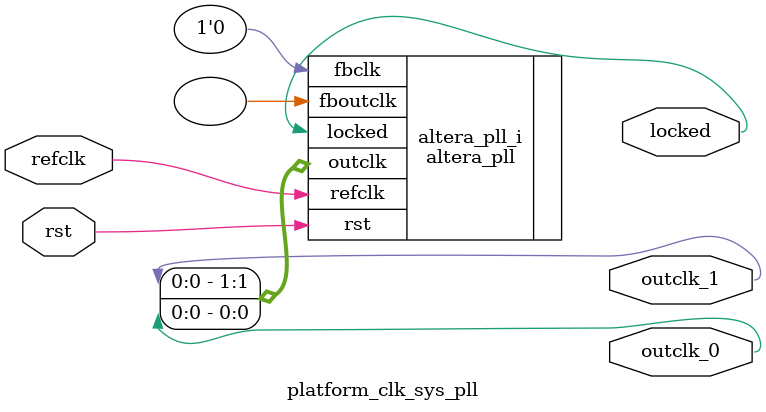
<source format=v>
`timescale 1ns/10ps
module  platform_clk_sys_pll(

	// interface 'refclk'
	input wire refclk,

	// interface 'reset'
	input wire rst,

	// interface 'outclk0'
	output wire outclk_0,

	// interface 'outclk1'
	output wire outclk_1,

	// interface 'locked'
	output wire locked
);

	altera_pll #(
		.fractional_vco_multiplier("false"),
		.reference_clock_frequency("50.0 MHz"),
		.operation_mode("direct"),
		.number_of_clocks(2),
		.output_clock_frequency0("50.000000 MHz"),
		.phase_shift0("0 ps"),
		.duty_cycle0(50),
		.output_clock_frequency1("50.000000 MHz"),
		.phase_shift1("-3000 ps"),
		.duty_cycle1(50),
		.output_clock_frequency2("0 MHz"),
		.phase_shift2("0 ps"),
		.duty_cycle2(50),
		.output_clock_frequency3("0 MHz"),
		.phase_shift3("0 ps"),
		.duty_cycle3(50),
		.output_clock_frequency4("0 MHz"),
		.phase_shift4("0 ps"),
		.duty_cycle4(50),
		.output_clock_frequency5("0 MHz"),
		.phase_shift5("0 ps"),
		.duty_cycle5(50),
		.output_clock_frequency6("0 MHz"),
		.phase_shift6("0 ps"),
		.duty_cycle6(50),
		.output_clock_frequency7("0 MHz"),
		.phase_shift7("0 ps"),
		.duty_cycle7(50),
		.output_clock_frequency8("0 MHz"),
		.phase_shift8("0 ps"),
		.duty_cycle8(50),
		.output_clock_frequency9("0 MHz"),
		.phase_shift9("0 ps"),
		.duty_cycle9(50),
		.output_clock_frequency10("0 MHz"),
		.phase_shift10("0 ps"),
		.duty_cycle10(50),
		.output_clock_frequency11("0 MHz"),
		.phase_shift11("0 ps"),
		.duty_cycle11(50),
		.output_clock_frequency12("0 MHz"),
		.phase_shift12("0 ps"),
		.duty_cycle12(50),
		.output_clock_frequency13("0 MHz"),
		.phase_shift13("0 ps"),
		.duty_cycle13(50),
		.output_clock_frequency14("0 MHz"),
		.phase_shift14("0 ps"),
		.duty_cycle14(50),
		.output_clock_frequency15("0 MHz"),
		.phase_shift15("0 ps"),
		.duty_cycle15(50),
		.output_clock_frequency16("0 MHz"),
		.phase_shift16("0 ps"),
		.duty_cycle16(50),
		.output_clock_frequency17("0 MHz"),
		.phase_shift17("0 ps"),
		.duty_cycle17(50),
		.pll_type("General"),
		.pll_subtype("General")
	) altera_pll_i (
		.rst	(rst),
		.outclk	({outclk_1, outclk_0}),
		.locked	(locked),
		.fboutclk	( ),
		.fbclk	(1'b0),
		.refclk	(refclk)
	);
endmodule


</source>
